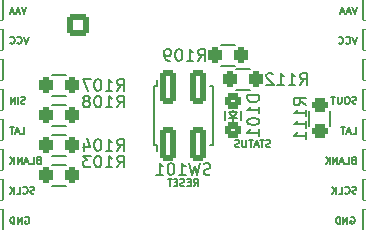
<source format=gbr>
G04 #@! TF.GenerationSoftware,KiCad,Pcbnew,8.0.6*
G04 #@! TF.CreationDate,2025-01-21T13:52:22-05:00*
G04 #@! TF.ProjectId,term,7465726d-2e6b-4696-9361-645f70636258,rev?*
G04 #@! TF.SameCoordinates,Original*
G04 #@! TF.FileFunction,Legend,Bot*
G04 #@! TF.FilePolarity,Positive*
%FSLAX46Y46*%
G04 Gerber Fmt 4.6, Leading zero omitted, Abs format (unit mm)*
G04 Created by KiCad (PCBNEW 8.0.6) date 2025-01-21 13:52:22*
%MOMM*%
%LPD*%
G01*
G04 APERTURE LIST*
G04 Aperture macros list*
%AMRoundRect*
0 Rectangle with rounded corners*
0 $1 Rounding radius*
0 $2 $3 $4 $5 $6 $7 $8 $9 X,Y pos of 4 corners*
0 Add a 4 corners polygon primitive as box body*
4,1,4,$2,$3,$4,$5,$6,$7,$8,$9,$2,$3,0*
0 Add four circle primitives for the rounded corners*
1,1,$1+$1,$2,$3*
1,1,$1+$1,$4,$5*
1,1,$1+$1,$6,$7*
1,1,$1+$1,$8,$9*
0 Add four rect primitives between the rounded corners*
20,1,$1+$1,$2,$3,$4,$5,0*
20,1,$1+$1,$4,$5,$6,$7,0*
20,1,$1+$1,$6,$7,$8,$9,0*
20,1,$1+$1,$8,$9,$2,$3,0*%
G04 Aperture macros list end*
%ADD10C,0.150000*%
%ADD11RoundRect,0.264286X0.675514X-0.675514X0.675514X0.675514X-0.675514X0.675514X-0.675514X-0.675514X0*%
%ADD12C,1.879600*%
%ADD13RoundRect,0.050800X-1.016000X-0.889000X1.016000X-0.889000X1.016000X0.889000X-1.016000X0.889000X0*%
%ADD14RoundRect,0.050800X1.016000X0.889000X-1.016000X0.889000X-1.016000X-0.889000X1.016000X-0.889000X0*%
%ADD15C,1.117600*%
%ADD16C,2.133600*%
%ADD17C,2.387600*%
%ADD18RoundRect,0.270000X-0.415800X-1.170800X0.415800X-1.170800X0.415800X1.170800X-0.415800X1.170800X0*%
%ADD19RoundRect,0.271167X0.429633X-0.379633X0.429633X0.379633X-0.429633X0.379633X-0.429633X-0.379633X0*%
%ADD20RoundRect,0.275400X-0.275400X-0.425400X0.275400X-0.425400X0.275400X0.425400X-0.275400X0.425400X0*%
%ADD21RoundRect,0.275400X0.275400X0.425400X-0.275400X0.425400X-0.275400X-0.425400X0.275400X-0.425400X0*%
%ADD22RoundRect,0.275400X-0.425400X0.275400X-0.425400X-0.275400X0.425400X-0.275400X0.425400X0.275400X0*%
%ADD23C,0.990600*%
G04 APERTURE END LIST*
D10*
X159426030Y-98031200D02*
X159340316Y-98059771D01*
X159340316Y-98059771D02*
X159197458Y-98059771D01*
X159197458Y-98059771D02*
X159140316Y-98031200D01*
X159140316Y-98031200D02*
X159111744Y-98002628D01*
X159111744Y-98002628D02*
X159083173Y-97945485D01*
X159083173Y-97945485D02*
X159083173Y-97888342D01*
X159083173Y-97888342D02*
X159111744Y-97831200D01*
X159111744Y-97831200D02*
X159140316Y-97802628D01*
X159140316Y-97802628D02*
X159197458Y-97774057D01*
X159197458Y-97774057D02*
X159311744Y-97745485D01*
X159311744Y-97745485D02*
X159368887Y-97716914D01*
X159368887Y-97716914D02*
X159397458Y-97688342D01*
X159397458Y-97688342D02*
X159426030Y-97631200D01*
X159426030Y-97631200D02*
X159426030Y-97574057D01*
X159426030Y-97574057D02*
X159397458Y-97516914D01*
X159397458Y-97516914D02*
X159368887Y-97488342D01*
X159368887Y-97488342D02*
X159311744Y-97459771D01*
X159311744Y-97459771D02*
X159168887Y-97459771D01*
X159168887Y-97459771D02*
X159083173Y-97488342D01*
X158711744Y-97459771D02*
X158597458Y-97459771D01*
X158597458Y-97459771D02*
X158540315Y-97488342D01*
X158540315Y-97488342D02*
X158483172Y-97545485D01*
X158483172Y-97545485D02*
X158454601Y-97659771D01*
X158454601Y-97659771D02*
X158454601Y-97859771D01*
X158454601Y-97859771D02*
X158483172Y-97974057D01*
X158483172Y-97974057D02*
X158540315Y-98031200D01*
X158540315Y-98031200D02*
X158597458Y-98059771D01*
X158597458Y-98059771D02*
X158711744Y-98059771D01*
X158711744Y-98059771D02*
X158768887Y-98031200D01*
X158768887Y-98031200D02*
X158826029Y-97974057D01*
X158826029Y-97974057D02*
X158854601Y-97859771D01*
X158854601Y-97859771D02*
X158854601Y-97659771D01*
X158854601Y-97659771D02*
X158826029Y-97545485D01*
X158826029Y-97545485D02*
X158768887Y-97488342D01*
X158768887Y-97488342D02*
X158711744Y-97459771D01*
X158197458Y-97459771D02*
X158197458Y-97945485D01*
X158197458Y-97945485D02*
X158168887Y-98002628D01*
X158168887Y-98002628D02*
X158140316Y-98031200D01*
X158140316Y-98031200D02*
X158083173Y-98059771D01*
X158083173Y-98059771D02*
X157968887Y-98059771D01*
X157968887Y-98059771D02*
X157911744Y-98031200D01*
X157911744Y-98031200D02*
X157883173Y-98002628D01*
X157883173Y-98002628D02*
X157854601Y-97945485D01*
X157854601Y-97945485D02*
X157854601Y-97459771D01*
X157654602Y-97459771D02*
X157311745Y-97459771D01*
X157483173Y-98059771D02*
X157483173Y-97459771D01*
X159111744Y-100599771D02*
X159397458Y-100599771D01*
X159397458Y-100599771D02*
X159397458Y-99999771D01*
X158940316Y-100428342D02*
X158654602Y-100428342D01*
X158997459Y-100599771D02*
X158797459Y-99999771D01*
X158797459Y-99999771D02*
X158597459Y-100599771D01*
X158483173Y-99999771D02*
X158140316Y-99999771D01*
X158311744Y-100599771D02*
X158311744Y-99999771D01*
X159197458Y-102825485D02*
X159111744Y-102854057D01*
X159111744Y-102854057D02*
X159083173Y-102882628D01*
X159083173Y-102882628D02*
X159054601Y-102939771D01*
X159054601Y-102939771D02*
X159054601Y-103025485D01*
X159054601Y-103025485D02*
X159083173Y-103082628D01*
X159083173Y-103082628D02*
X159111744Y-103111200D01*
X159111744Y-103111200D02*
X159168887Y-103139771D01*
X159168887Y-103139771D02*
X159397458Y-103139771D01*
X159397458Y-103139771D02*
X159397458Y-102539771D01*
X159397458Y-102539771D02*
X159197458Y-102539771D01*
X159197458Y-102539771D02*
X159140316Y-102568342D01*
X159140316Y-102568342D02*
X159111744Y-102596914D01*
X159111744Y-102596914D02*
X159083173Y-102654057D01*
X159083173Y-102654057D02*
X159083173Y-102711200D01*
X159083173Y-102711200D02*
X159111744Y-102768342D01*
X159111744Y-102768342D02*
X159140316Y-102796914D01*
X159140316Y-102796914D02*
X159197458Y-102825485D01*
X159197458Y-102825485D02*
X159397458Y-102825485D01*
X158511744Y-103139771D02*
X158797458Y-103139771D01*
X158797458Y-103139771D02*
X158797458Y-102539771D01*
X158340316Y-102968342D02*
X158054602Y-102968342D01*
X158397459Y-103139771D02*
X158197459Y-102539771D01*
X158197459Y-102539771D02*
X157997459Y-103139771D01*
X157797458Y-103139771D02*
X157797458Y-102539771D01*
X157797458Y-102539771D02*
X157454601Y-103139771D01*
X157454601Y-103139771D02*
X157454601Y-102539771D01*
X157168887Y-103139771D02*
X157168887Y-102539771D01*
X156826030Y-103139771D02*
X157083173Y-102796914D01*
X156826030Y-102539771D02*
X157168887Y-102882628D01*
X159426030Y-105651200D02*
X159340316Y-105679771D01*
X159340316Y-105679771D02*
X159197458Y-105679771D01*
X159197458Y-105679771D02*
X159140316Y-105651200D01*
X159140316Y-105651200D02*
X159111744Y-105622628D01*
X159111744Y-105622628D02*
X159083173Y-105565485D01*
X159083173Y-105565485D02*
X159083173Y-105508342D01*
X159083173Y-105508342D02*
X159111744Y-105451200D01*
X159111744Y-105451200D02*
X159140316Y-105422628D01*
X159140316Y-105422628D02*
X159197458Y-105394057D01*
X159197458Y-105394057D02*
X159311744Y-105365485D01*
X159311744Y-105365485D02*
X159368887Y-105336914D01*
X159368887Y-105336914D02*
X159397458Y-105308342D01*
X159397458Y-105308342D02*
X159426030Y-105251200D01*
X159426030Y-105251200D02*
X159426030Y-105194057D01*
X159426030Y-105194057D02*
X159397458Y-105136914D01*
X159397458Y-105136914D02*
X159368887Y-105108342D01*
X159368887Y-105108342D02*
X159311744Y-105079771D01*
X159311744Y-105079771D02*
X159168887Y-105079771D01*
X159168887Y-105079771D02*
X159083173Y-105108342D01*
X158483172Y-105622628D02*
X158511744Y-105651200D01*
X158511744Y-105651200D02*
X158597458Y-105679771D01*
X158597458Y-105679771D02*
X158654601Y-105679771D01*
X158654601Y-105679771D02*
X158740315Y-105651200D01*
X158740315Y-105651200D02*
X158797458Y-105594057D01*
X158797458Y-105594057D02*
X158826029Y-105536914D01*
X158826029Y-105536914D02*
X158854601Y-105422628D01*
X158854601Y-105422628D02*
X158854601Y-105336914D01*
X158854601Y-105336914D02*
X158826029Y-105222628D01*
X158826029Y-105222628D02*
X158797458Y-105165485D01*
X158797458Y-105165485D02*
X158740315Y-105108342D01*
X158740315Y-105108342D02*
X158654601Y-105079771D01*
X158654601Y-105079771D02*
X158597458Y-105079771D01*
X158597458Y-105079771D02*
X158511744Y-105108342D01*
X158511744Y-105108342D02*
X158483172Y-105136914D01*
X157940315Y-105679771D02*
X158226029Y-105679771D01*
X158226029Y-105679771D02*
X158226029Y-105079771D01*
X157740315Y-105679771D02*
X157740315Y-105079771D01*
X157397458Y-105679771D02*
X157654601Y-105336914D01*
X157397458Y-105079771D02*
X157740315Y-105422628D01*
X159483173Y-92379771D02*
X159283173Y-92979771D01*
X159283173Y-92979771D02*
X159083173Y-92379771D01*
X158540315Y-92922628D02*
X158568887Y-92951200D01*
X158568887Y-92951200D02*
X158654601Y-92979771D01*
X158654601Y-92979771D02*
X158711744Y-92979771D01*
X158711744Y-92979771D02*
X158797458Y-92951200D01*
X158797458Y-92951200D02*
X158854601Y-92894057D01*
X158854601Y-92894057D02*
X158883172Y-92836914D01*
X158883172Y-92836914D02*
X158911744Y-92722628D01*
X158911744Y-92722628D02*
X158911744Y-92636914D01*
X158911744Y-92636914D02*
X158883172Y-92522628D01*
X158883172Y-92522628D02*
X158854601Y-92465485D01*
X158854601Y-92465485D02*
X158797458Y-92408342D01*
X158797458Y-92408342D02*
X158711744Y-92379771D01*
X158711744Y-92379771D02*
X158654601Y-92379771D01*
X158654601Y-92379771D02*
X158568887Y-92408342D01*
X158568887Y-92408342D02*
X158540315Y-92436914D01*
X157940315Y-92922628D02*
X157968887Y-92951200D01*
X157968887Y-92951200D02*
X158054601Y-92979771D01*
X158054601Y-92979771D02*
X158111744Y-92979771D01*
X158111744Y-92979771D02*
X158197458Y-92951200D01*
X158197458Y-92951200D02*
X158254601Y-92894057D01*
X158254601Y-92894057D02*
X158283172Y-92836914D01*
X158283172Y-92836914D02*
X158311744Y-92722628D01*
X158311744Y-92722628D02*
X158311744Y-92636914D01*
X158311744Y-92636914D02*
X158283172Y-92522628D01*
X158283172Y-92522628D02*
X158254601Y-92465485D01*
X158254601Y-92465485D02*
X158197458Y-92408342D01*
X158197458Y-92408342D02*
X158111744Y-92379771D01*
X158111744Y-92379771D02*
X158054601Y-92379771D01*
X158054601Y-92379771D02*
X157968887Y-92408342D01*
X157968887Y-92408342D02*
X157940315Y-92436914D01*
X159483173Y-89839771D02*
X159283173Y-90439771D01*
X159283173Y-90439771D02*
X159083173Y-89839771D01*
X158911744Y-90268342D02*
X158626030Y-90268342D01*
X158968887Y-90439771D02*
X158768887Y-89839771D01*
X158768887Y-89839771D02*
X158568887Y-90439771D01*
X158397458Y-90268342D02*
X158111744Y-90268342D01*
X158454601Y-90439771D02*
X158254601Y-89839771D01*
X158254601Y-89839771D02*
X158054601Y-90439771D01*
X132162541Y-105651200D02*
X132076827Y-105679771D01*
X132076827Y-105679771D02*
X131933969Y-105679771D01*
X131933969Y-105679771D02*
X131876827Y-105651200D01*
X131876827Y-105651200D02*
X131848255Y-105622628D01*
X131848255Y-105622628D02*
X131819684Y-105565485D01*
X131819684Y-105565485D02*
X131819684Y-105508342D01*
X131819684Y-105508342D02*
X131848255Y-105451200D01*
X131848255Y-105451200D02*
X131876827Y-105422628D01*
X131876827Y-105422628D02*
X131933969Y-105394057D01*
X131933969Y-105394057D02*
X132048255Y-105365485D01*
X132048255Y-105365485D02*
X132105398Y-105336914D01*
X132105398Y-105336914D02*
X132133969Y-105308342D01*
X132133969Y-105308342D02*
X132162541Y-105251200D01*
X132162541Y-105251200D02*
X132162541Y-105194057D01*
X132162541Y-105194057D02*
X132133969Y-105136914D01*
X132133969Y-105136914D02*
X132105398Y-105108342D01*
X132105398Y-105108342D02*
X132048255Y-105079771D01*
X132048255Y-105079771D02*
X131905398Y-105079771D01*
X131905398Y-105079771D02*
X131819684Y-105108342D01*
X131219683Y-105622628D02*
X131248255Y-105651200D01*
X131248255Y-105651200D02*
X131333969Y-105679771D01*
X131333969Y-105679771D02*
X131391112Y-105679771D01*
X131391112Y-105679771D02*
X131476826Y-105651200D01*
X131476826Y-105651200D02*
X131533969Y-105594057D01*
X131533969Y-105594057D02*
X131562540Y-105536914D01*
X131562540Y-105536914D02*
X131591112Y-105422628D01*
X131591112Y-105422628D02*
X131591112Y-105336914D01*
X131591112Y-105336914D02*
X131562540Y-105222628D01*
X131562540Y-105222628D02*
X131533969Y-105165485D01*
X131533969Y-105165485D02*
X131476826Y-105108342D01*
X131476826Y-105108342D02*
X131391112Y-105079771D01*
X131391112Y-105079771D02*
X131333969Y-105079771D01*
X131333969Y-105079771D02*
X131248255Y-105108342D01*
X131248255Y-105108342D02*
X131219683Y-105136914D01*
X130676826Y-105679771D02*
X130962540Y-105679771D01*
X130962540Y-105679771D02*
X130962540Y-105079771D01*
X130476826Y-105679771D02*
X130476826Y-105079771D01*
X130133969Y-105679771D02*
X130391112Y-105336914D01*
X130133969Y-105079771D02*
X130476826Y-105422628D01*
X132505397Y-102825485D02*
X132419683Y-102854057D01*
X132419683Y-102854057D02*
X132391112Y-102882628D01*
X132391112Y-102882628D02*
X132362540Y-102939771D01*
X132362540Y-102939771D02*
X132362540Y-103025485D01*
X132362540Y-103025485D02*
X132391112Y-103082628D01*
X132391112Y-103082628D02*
X132419683Y-103111200D01*
X132419683Y-103111200D02*
X132476826Y-103139771D01*
X132476826Y-103139771D02*
X132705397Y-103139771D01*
X132705397Y-103139771D02*
X132705397Y-102539771D01*
X132705397Y-102539771D02*
X132505397Y-102539771D01*
X132505397Y-102539771D02*
X132448255Y-102568342D01*
X132448255Y-102568342D02*
X132419683Y-102596914D01*
X132419683Y-102596914D02*
X132391112Y-102654057D01*
X132391112Y-102654057D02*
X132391112Y-102711200D01*
X132391112Y-102711200D02*
X132419683Y-102768342D01*
X132419683Y-102768342D02*
X132448255Y-102796914D01*
X132448255Y-102796914D02*
X132505397Y-102825485D01*
X132505397Y-102825485D02*
X132705397Y-102825485D01*
X131819683Y-103139771D02*
X132105397Y-103139771D01*
X132105397Y-103139771D02*
X132105397Y-102539771D01*
X131648255Y-102968342D02*
X131362541Y-102968342D01*
X131705398Y-103139771D02*
X131505398Y-102539771D01*
X131505398Y-102539771D02*
X131305398Y-103139771D01*
X131105397Y-103139771D02*
X131105397Y-102539771D01*
X131105397Y-102539771D02*
X130762540Y-103139771D01*
X130762540Y-103139771D02*
X130762540Y-102539771D01*
X130476826Y-103139771D02*
X130476826Y-102539771D01*
X130133969Y-103139771D02*
X130391112Y-102796914D01*
X130133969Y-102539771D02*
X130476826Y-102882628D01*
X131048255Y-100599771D02*
X131333969Y-100599771D01*
X131333969Y-100599771D02*
X131333969Y-99999771D01*
X130876827Y-100428342D02*
X130591113Y-100428342D01*
X130933970Y-100599771D02*
X130733970Y-99999771D01*
X130733970Y-99999771D02*
X130533970Y-100599771D01*
X130419684Y-99999771D02*
X130076827Y-99999771D01*
X130248255Y-100599771D02*
X130248255Y-99999771D01*
X131676827Y-92379771D02*
X131476827Y-92979771D01*
X131476827Y-92979771D02*
X131276827Y-92379771D01*
X130733969Y-92922628D02*
X130762541Y-92951200D01*
X130762541Y-92951200D02*
X130848255Y-92979771D01*
X130848255Y-92979771D02*
X130905398Y-92979771D01*
X130905398Y-92979771D02*
X130991112Y-92951200D01*
X130991112Y-92951200D02*
X131048255Y-92894057D01*
X131048255Y-92894057D02*
X131076826Y-92836914D01*
X131076826Y-92836914D02*
X131105398Y-92722628D01*
X131105398Y-92722628D02*
X131105398Y-92636914D01*
X131105398Y-92636914D02*
X131076826Y-92522628D01*
X131076826Y-92522628D02*
X131048255Y-92465485D01*
X131048255Y-92465485D02*
X130991112Y-92408342D01*
X130991112Y-92408342D02*
X130905398Y-92379771D01*
X130905398Y-92379771D02*
X130848255Y-92379771D01*
X130848255Y-92379771D02*
X130762541Y-92408342D01*
X130762541Y-92408342D02*
X130733969Y-92436914D01*
X130133969Y-92922628D02*
X130162541Y-92951200D01*
X130162541Y-92951200D02*
X130248255Y-92979771D01*
X130248255Y-92979771D02*
X130305398Y-92979771D01*
X130305398Y-92979771D02*
X130391112Y-92951200D01*
X130391112Y-92951200D02*
X130448255Y-92894057D01*
X130448255Y-92894057D02*
X130476826Y-92836914D01*
X130476826Y-92836914D02*
X130505398Y-92722628D01*
X130505398Y-92722628D02*
X130505398Y-92636914D01*
X130505398Y-92636914D02*
X130476826Y-92522628D01*
X130476826Y-92522628D02*
X130448255Y-92465485D01*
X130448255Y-92465485D02*
X130391112Y-92408342D01*
X130391112Y-92408342D02*
X130305398Y-92379771D01*
X130305398Y-92379771D02*
X130248255Y-92379771D01*
X130248255Y-92379771D02*
X130162541Y-92408342D01*
X130162541Y-92408342D02*
X130133969Y-92436914D01*
X131505399Y-89839771D02*
X131305399Y-90439771D01*
X131305399Y-90439771D02*
X131105399Y-89839771D01*
X130933970Y-90268342D02*
X130648256Y-90268342D01*
X130991113Y-90439771D02*
X130791113Y-89839771D01*
X130791113Y-89839771D02*
X130591113Y-90439771D01*
X130419684Y-90268342D02*
X130133970Y-90268342D01*
X130476827Y-90439771D02*
X130276827Y-89839771D01*
X130276827Y-89839771D02*
X130076827Y-90439771D01*
X131391112Y-98031200D02*
X131305398Y-98059771D01*
X131305398Y-98059771D02*
X131162540Y-98059771D01*
X131162540Y-98059771D02*
X131105398Y-98031200D01*
X131105398Y-98031200D02*
X131076826Y-98002628D01*
X131076826Y-98002628D02*
X131048255Y-97945485D01*
X131048255Y-97945485D02*
X131048255Y-97888342D01*
X131048255Y-97888342D02*
X131076826Y-97831200D01*
X131076826Y-97831200D02*
X131105398Y-97802628D01*
X131105398Y-97802628D02*
X131162540Y-97774057D01*
X131162540Y-97774057D02*
X131276826Y-97745485D01*
X131276826Y-97745485D02*
X131333969Y-97716914D01*
X131333969Y-97716914D02*
X131362540Y-97688342D01*
X131362540Y-97688342D02*
X131391112Y-97631200D01*
X131391112Y-97631200D02*
X131391112Y-97574057D01*
X131391112Y-97574057D02*
X131362540Y-97516914D01*
X131362540Y-97516914D02*
X131333969Y-97488342D01*
X131333969Y-97488342D02*
X131276826Y-97459771D01*
X131276826Y-97459771D02*
X131133969Y-97459771D01*
X131133969Y-97459771D02*
X131048255Y-97488342D01*
X130791111Y-98059771D02*
X130791111Y-97459771D01*
X130505397Y-98059771D02*
X130505397Y-97459771D01*
X130505397Y-97459771D02*
X130162540Y-98059771D01*
X130162540Y-98059771D02*
X130162540Y-97459771D01*
X131391112Y-107648342D02*
X131448255Y-107619771D01*
X131448255Y-107619771D02*
X131533969Y-107619771D01*
X131533969Y-107619771D02*
X131619683Y-107648342D01*
X131619683Y-107648342D02*
X131676826Y-107705485D01*
X131676826Y-107705485D02*
X131705397Y-107762628D01*
X131705397Y-107762628D02*
X131733969Y-107876914D01*
X131733969Y-107876914D02*
X131733969Y-107962628D01*
X131733969Y-107962628D02*
X131705397Y-108076914D01*
X131705397Y-108076914D02*
X131676826Y-108134057D01*
X131676826Y-108134057D02*
X131619683Y-108191200D01*
X131619683Y-108191200D02*
X131533969Y-108219771D01*
X131533969Y-108219771D02*
X131476826Y-108219771D01*
X131476826Y-108219771D02*
X131391112Y-108191200D01*
X131391112Y-108191200D02*
X131362540Y-108162628D01*
X131362540Y-108162628D02*
X131362540Y-107962628D01*
X131362540Y-107962628D02*
X131476826Y-107962628D01*
X131105397Y-108219771D02*
X131105397Y-107619771D01*
X131105397Y-107619771D02*
X130762540Y-108219771D01*
X130762540Y-108219771D02*
X130762540Y-107619771D01*
X130476826Y-108219771D02*
X130476826Y-107619771D01*
X130476826Y-107619771D02*
X130333969Y-107619771D01*
X130333969Y-107619771D02*
X130248255Y-107648342D01*
X130248255Y-107648342D02*
X130191112Y-107705485D01*
X130191112Y-107705485D02*
X130162541Y-107762628D01*
X130162541Y-107762628D02*
X130133969Y-107876914D01*
X130133969Y-107876914D02*
X130133969Y-107962628D01*
X130133969Y-107962628D02*
X130162541Y-108076914D01*
X130162541Y-108076914D02*
X130191112Y-108134057D01*
X130191112Y-108134057D02*
X130248255Y-108191200D01*
X130248255Y-108191200D02*
X130333969Y-108219771D01*
X130333969Y-108219771D02*
X130476826Y-108219771D01*
X158956173Y-107648342D02*
X159013316Y-107619771D01*
X159013316Y-107619771D02*
X159099030Y-107619771D01*
X159099030Y-107619771D02*
X159184744Y-107648342D01*
X159184744Y-107648342D02*
X159241887Y-107705485D01*
X159241887Y-107705485D02*
X159270458Y-107762628D01*
X159270458Y-107762628D02*
X159299030Y-107876914D01*
X159299030Y-107876914D02*
X159299030Y-107962628D01*
X159299030Y-107962628D02*
X159270458Y-108076914D01*
X159270458Y-108076914D02*
X159241887Y-108134057D01*
X159241887Y-108134057D02*
X159184744Y-108191200D01*
X159184744Y-108191200D02*
X159099030Y-108219771D01*
X159099030Y-108219771D02*
X159041887Y-108219771D01*
X159041887Y-108219771D02*
X158956173Y-108191200D01*
X158956173Y-108191200D02*
X158927601Y-108162628D01*
X158927601Y-108162628D02*
X158927601Y-107962628D01*
X158927601Y-107962628D02*
X159041887Y-107962628D01*
X158670458Y-108219771D02*
X158670458Y-107619771D01*
X158670458Y-107619771D02*
X158327601Y-108219771D01*
X158327601Y-108219771D02*
X158327601Y-107619771D01*
X158041887Y-108219771D02*
X158041887Y-107619771D01*
X158041887Y-107619771D02*
X157899030Y-107619771D01*
X157899030Y-107619771D02*
X157813316Y-107648342D01*
X157813316Y-107648342D02*
X157756173Y-107705485D01*
X157756173Y-107705485D02*
X157727602Y-107762628D01*
X157727602Y-107762628D02*
X157699030Y-107876914D01*
X157699030Y-107876914D02*
X157699030Y-107962628D01*
X157699030Y-107962628D02*
X157727602Y-108076914D01*
X157727602Y-108076914D02*
X157756173Y-108134057D01*
X157756173Y-108134057D02*
X157813316Y-108191200D01*
X157813316Y-108191200D02*
X157899030Y-108219771D01*
X157899030Y-108219771D02*
X158041887Y-108219771D01*
X145651428Y-105044771D02*
X145851428Y-104759057D01*
X145994285Y-105044771D02*
X145994285Y-104444771D01*
X145994285Y-104444771D02*
X145765714Y-104444771D01*
X145765714Y-104444771D02*
X145708571Y-104473342D01*
X145708571Y-104473342D02*
X145680000Y-104501914D01*
X145680000Y-104501914D02*
X145651428Y-104559057D01*
X145651428Y-104559057D02*
X145651428Y-104644771D01*
X145651428Y-104644771D02*
X145680000Y-104701914D01*
X145680000Y-104701914D02*
X145708571Y-104730485D01*
X145708571Y-104730485D02*
X145765714Y-104759057D01*
X145765714Y-104759057D02*
X145994285Y-104759057D01*
X145394285Y-104730485D02*
X145194285Y-104730485D01*
X145108571Y-105044771D02*
X145394285Y-105044771D01*
X145394285Y-105044771D02*
X145394285Y-104444771D01*
X145394285Y-104444771D02*
X145108571Y-104444771D01*
X144880000Y-105016200D02*
X144794286Y-105044771D01*
X144794286Y-105044771D02*
X144651428Y-105044771D01*
X144651428Y-105044771D02*
X144594286Y-105016200D01*
X144594286Y-105016200D02*
X144565714Y-104987628D01*
X144565714Y-104987628D02*
X144537143Y-104930485D01*
X144537143Y-104930485D02*
X144537143Y-104873342D01*
X144537143Y-104873342D02*
X144565714Y-104816200D01*
X144565714Y-104816200D02*
X144594286Y-104787628D01*
X144594286Y-104787628D02*
X144651428Y-104759057D01*
X144651428Y-104759057D02*
X144765714Y-104730485D01*
X144765714Y-104730485D02*
X144822857Y-104701914D01*
X144822857Y-104701914D02*
X144851428Y-104673342D01*
X144851428Y-104673342D02*
X144880000Y-104616200D01*
X144880000Y-104616200D02*
X144880000Y-104559057D01*
X144880000Y-104559057D02*
X144851428Y-104501914D01*
X144851428Y-104501914D02*
X144822857Y-104473342D01*
X144822857Y-104473342D02*
X144765714Y-104444771D01*
X144765714Y-104444771D02*
X144622857Y-104444771D01*
X144622857Y-104444771D02*
X144537143Y-104473342D01*
X144279999Y-104730485D02*
X144079999Y-104730485D01*
X143994285Y-105044771D02*
X144279999Y-105044771D01*
X144279999Y-105044771D02*
X144279999Y-104444771D01*
X144279999Y-104444771D02*
X143994285Y-104444771D01*
X143822857Y-104444771D02*
X143480000Y-104444771D01*
X143651428Y-105044771D02*
X143651428Y-104444771D01*
X152155399Y-101714200D02*
X152069685Y-101742771D01*
X152069685Y-101742771D02*
X151926827Y-101742771D01*
X151926827Y-101742771D02*
X151869685Y-101714200D01*
X151869685Y-101714200D02*
X151841113Y-101685628D01*
X151841113Y-101685628D02*
X151812542Y-101628485D01*
X151812542Y-101628485D02*
X151812542Y-101571342D01*
X151812542Y-101571342D02*
X151841113Y-101514200D01*
X151841113Y-101514200D02*
X151869685Y-101485628D01*
X151869685Y-101485628D02*
X151926827Y-101457057D01*
X151926827Y-101457057D02*
X152041113Y-101428485D01*
X152041113Y-101428485D02*
X152098256Y-101399914D01*
X152098256Y-101399914D02*
X152126827Y-101371342D01*
X152126827Y-101371342D02*
X152155399Y-101314200D01*
X152155399Y-101314200D02*
X152155399Y-101257057D01*
X152155399Y-101257057D02*
X152126827Y-101199914D01*
X152126827Y-101199914D02*
X152098256Y-101171342D01*
X152098256Y-101171342D02*
X152041113Y-101142771D01*
X152041113Y-101142771D02*
X151898256Y-101142771D01*
X151898256Y-101142771D02*
X151812542Y-101171342D01*
X151641113Y-101142771D02*
X151298256Y-101142771D01*
X151469684Y-101742771D02*
X151469684Y-101142771D01*
X151126827Y-101571342D02*
X150841113Y-101571342D01*
X151183970Y-101742771D02*
X150983970Y-101142771D01*
X150983970Y-101142771D02*
X150783970Y-101742771D01*
X150669684Y-101142771D02*
X150326827Y-101142771D01*
X150498255Y-101742771D02*
X150498255Y-101142771D01*
X150126826Y-101142771D02*
X150126826Y-101628485D01*
X150126826Y-101628485D02*
X150098255Y-101685628D01*
X150098255Y-101685628D02*
X150069684Y-101714200D01*
X150069684Y-101714200D02*
X150012541Y-101742771D01*
X150012541Y-101742771D02*
X149898255Y-101742771D01*
X149898255Y-101742771D02*
X149841112Y-101714200D01*
X149841112Y-101714200D02*
X149812541Y-101685628D01*
X149812541Y-101685628D02*
X149783969Y-101628485D01*
X149783969Y-101628485D02*
X149783969Y-101142771D01*
X149526827Y-101714200D02*
X149441113Y-101742771D01*
X149441113Y-101742771D02*
X149298255Y-101742771D01*
X149298255Y-101742771D02*
X149241113Y-101714200D01*
X149241113Y-101714200D02*
X149212541Y-101685628D01*
X149212541Y-101685628D02*
X149183970Y-101628485D01*
X149183970Y-101628485D02*
X149183970Y-101571342D01*
X149183970Y-101571342D02*
X149212541Y-101514200D01*
X149212541Y-101514200D02*
X149241113Y-101485628D01*
X149241113Y-101485628D02*
X149298255Y-101457057D01*
X149298255Y-101457057D02*
X149412541Y-101428485D01*
X149412541Y-101428485D02*
X149469684Y-101399914D01*
X149469684Y-101399914D02*
X149498255Y-101371342D01*
X149498255Y-101371342D02*
X149526827Y-101314200D01*
X149526827Y-101314200D02*
X149526827Y-101257057D01*
X149526827Y-101257057D02*
X149498255Y-101199914D01*
X149498255Y-101199914D02*
X149469684Y-101171342D01*
X149469684Y-101171342D02*
X149412541Y-101142771D01*
X149412541Y-101142771D02*
X149269684Y-101142771D01*
X149269684Y-101142771D02*
X149183970Y-101171342D01*
X147065713Y-104039200D02*
X146922856Y-104086819D01*
X146922856Y-104086819D02*
X146684761Y-104086819D01*
X146684761Y-104086819D02*
X146589523Y-104039200D01*
X146589523Y-104039200D02*
X146541904Y-103991580D01*
X146541904Y-103991580D02*
X146494285Y-103896342D01*
X146494285Y-103896342D02*
X146494285Y-103801104D01*
X146494285Y-103801104D02*
X146541904Y-103705866D01*
X146541904Y-103705866D02*
X146589523Y-103658247D01*
X146589523Y-103658247D02*
X146684761Y-103610628D01*
X146684761Y-103610628D02*
X146875237Y-103563009D01*
X146875237Y-103563009D02*
X146970475Y-103515390D01*
X146970475Y-103515390D02*
X147018094Y-103467771D01*
X147018094Y-103467771D02*
X147065713Y-103372533D01*
X147065713Y-103372533D02*
X147065713Y-103277295D01*
X147065713Y-103277295D02*
X147018094Y-103182057D01*
X147018094Y-103182057D02*
X146970475Y-103134438D01*
X146970475Y-103134438D02*
X146875237Y-103086819D01*
X146875237Y-103086819D02*
X146637142Y-103086819D01*
X146637142Y-103086819D02*
X146494285Y-103134438D01*
X146160951Y-103086819D02*
X145922856Y-104086819D01*
X145922856Y-104086819D02*
X145732380Y-103372533D01*
X145732380Y-103372533D02*
X145541904Y-104086819D01*
X145541904Y-104086819D02*
X145303809Y-103086819D01*
X144399047Y-104086819D02*
X144970475Y-104086819D01*
X144684761Y-104086819D02*
X144684761Y-103086819D01*
X144684761Y-103086819D02*
X144779999Y-103229676D01*
X144779999Y-103229676D02*
X144875237Y-103324914D01*
X144875237Y-103324914D02*
X144970475Y-103372533D01*
X143779999Y-103086819D02*
X143684761Y-103086819D01*
X143684761Y-103086819D02*
X143589523Y-103134438D01*
X143589523Y-103134438D02*
X143541904Y-103182057D01*
X143541904Y-103182057D02*
X143494285Y-103277295D01*
X143494285Y-103277295D02*
X143446666Y-103467771D01*
X143446666Y-103467771D02*
X143446666Y-103705866D01*
X143446666Y-103705866D02*
X143494285Y-103896342D01*
X143494285Y-103896342D02*
X143541904Y-103991580D01*
X143541904Y-103991580D02*
X143589523Y-104039200D01*
X143589523Y-104039200D02*
X143684761Y-104086819D01*
X143684761Y-104086819D02*
X143779999Y-104086819D01*
X143779999Y-104086819D02*
X143875237Y-104039200D01*
X143875237Y-104039200D02*
X143922856Y-103991580D01*
X143922856Y-103991580D02*
X143970475Y-103896342D01*
X143970475Y-103896342D02*
X144018094Y-103705866D01*
X144018094Y-103705866D02*
X144018094Y-103467771D01*
X144018094Y-103467771D02*
X143970475Y-103277295D01*
X143970475Y-103277295D02*
X143922856Y-103182057D01*
X143922856Y-103182057D02*
X143875237Y-103134438D01*
X143875237Y-103134438D02*
X143779999Y-103086819D01*
X142494285Y-104086819D02*
X143065713Y-104086819D01*
X142779999Y-104086819D02*
X142779999Y-103086819D01*
X142779999Y-103086819D02*
X142875237Y-103229676D01*
X142875237Y-103229676D02*
X142970475Y-103324914D01*
X142970475Y-103324914D02*
X143065713Y-103372533D01*
X151203819Y-97369524D02*
X150203819Y-97369524D01*
X150203819Y-97369524D02*
X150203819Y-97607619D01*
X150203819Y-97607619D02*
X150251438Y-97750476D01*
X150251438Y-97750476D02*
X150346676Y-97845714D01*
X150346676Y-97845714D02*
X150441914Y-97893333D01*
X150441914Y-97893333D02*
X150632390Y-97940952D01*
X150632390Y-97940952D02*
X150775247Y-97940952D01*
X150775247Y-97940952D02*
X150965723Y-97893333D01*
X150965723Y-97893333D02*
X151060961Y-97845714D01*
X151060961Y-97845714D02*
X151156200Y-97750476D01*
X151156200Y-97750476D02*
X151203819Y-97607619D01*
X151203819Y-97607619D02*
X151203819Y-97369524D01*
X151203819Y-98893333D02*
X151203819Y-98321905D01*
X151203819Y-98607619D02*
X150203819Y-98607619D01*
X150203819Y-98607619D02*
X150346676Y-98512381D01*
X150346676Y-98512381D02*
X150441914Y-98417143D01*
X150441914Y-98417143D02*
X150489533Y-98321905D01*
X150203819Y-99512381D02*
X150203819Y-99607619D01*
X150203819Y-99607619D02*
X150251438Y-99702857D01*
X150251438Y-99702857D02*
X150299057Y-99750476D01*
X150299057Y-99750476D02*
X150394295Y-99798095D01*
X150394295Y-99798095D02*
X150584771Y-99845714D01*
X150584771Y-99845714D02*
X150822866Y-99845714D01*
X150822866Y-99845714D02*
X151013342Y-99798095D01*
X151013342Y-99798095D02*
X151108580Y-99750476D01*
X151108580Y-99750476D02*
X151156200Y-99702857D01*
X151156200Y-99702857D02*
X151203819Y-99607619D01*
X151203819Y-99607619D02*
X151203819Y-99512381D01*
X151203819Y-99512381D02*
X151156200Y-99417143D01*
X151156200Y-99417143D02*
X151108580Y-99369524D01*
X151108580Y-99369524D02*
X151013342Y-99321905D01*
X151013342Y-99321905D02*
X150822866Y-99274286D01*
X150822866Y-99274286D02*
X150584771Y-99274286D01*
X150584771Y-99274286D02*
X150394295Y-99321905D01*
X150394295Y-99321905D02*
X150299057Y-99369524D01*
X150299057Y-99369524D02*
X150251438Y-99417143D01*
X150251438Y-99417143D02*
X150203819Y-99512381D01*
X151203819Y-100798095D02*
X151203819Y-100226667D01*
X151203819Y-100512381D02*
X150203819Y-100512381D01*
X150203819Y-100512381D02*
X150346676Y-100417143D01*
X150346676Y-100417143D02*
X150441914Y-100321905D01*
X150441914Y-100321905D02*
X150489533Y-100226667D01*
X139168047Y-103451819D02*
X139501380Y-102975628D01*
X139739475Y-103451819D02*
X139739475Y-102451819D01*
X139739475Y-102451819D02*
X139358523Y-102451819D01*
X139358523Y-102451819D02*
X139263285Y-102499438D01*
X139263285Y-102499438D02*
X139215666Y-102547057D01*
X139215666Y-102547057D02*
X139168047Y-102642295D01*
X139168047Y-102642295D02*
X139168047Y-102785152D01*
X139168047Y-102785152D02*
X139215666Y-102880390D01*
X139215666Y-102880390D02*
X139263285Y-102928009D01*
X139263285Y-102928009D02*
X139358523Y-102975628D01*
X139358523Y-102975628D02*
X139739475Y-102975628D01*
X138215666Y-103451819D02*
X138787094Y-103451819D01*
X138501380Y-103451819D02*
X138501380Y-102451819D01*
X138501380Y-102451819D02*
X138596618Y-102594676D01*
X138596618Y-102594676D02*
X138691856Y-102689914D01*
X138691856Y-102689914D02*
X138787094Y-102737533D01*
X137596618Y-102451819D02*
X137501380Y-102451819D01*
X137501380Y-102451819D02*
X137406142Y-102499438D01*
X137406142Y-102499438D02*
X137358523Y-102547057D01*
X137358523Y-102547057D02*
X137310904Y-102642295D01*
X137310904Y-102642295D02*
X137263285Y-102832771D01*
X137263285Y-102832771D02*
X137263285Y-103070866D01*
X137263285Y-103070866D02*
X137310904Y-103261342D01*
X137310904Y-103261342D02*
X137358523Y-103356580D01*
X137358523Y-103356580D02*
X137406142Y-103404200D01*
X137406142Y-103404200D02*
X137501380Y-103451819D01*
X137501380Y-103451819D02*
X137596618Y-103451819D01*
X137596618Y-103451819D02*
X137691856Y-103404200D01*
X137691856Y-103404200D02*
X137739475Y-103356580D01*
X137739475Y-103356580D02*
X137787094Y-103261342D01*
X137787094Y-103261342D02*
X137834713Y-103070866D01*
X137834713Y-103070866D02*
X137834713Y-102832771D01*
X137834713Y-102832771D02*
X137787094Y-102642295D01*
X137787094Y-102642295D02*
X137739475Y-102547057D01*
X137739475Y-102547057D02*
X137691856Y-102499438D01*
X137691856Y-102499438D02*
X137596618Y-102451819D01*
X136929951Y-102451819D02*
X136310904Y-102451819D01*
X136310904Y-102451819D02*
X136644237Y-102832771D01*
X136644237Y-102832771D02*
X136501380Y-102832771D01*
X136501380Y-102832771D02*
X136406142Y-102880390D01*
X136406142Y-102880390D02*
X136358523Y-102928009D01*
X136358523Y-102928009D02*
X136310904Y-103023247D01*
X136310904Y-103023247D02*
X136310904Y-103261342D01*
X136310904Y-103261342D02*
X136358523Y-103356580D01*
X136358523Y-103356580D02*
X136406142Y-103404200D01*
X136406142Y-103404200D02*
X136501380Y-103451819D01*
X136501380Y-103451819D02*
X136787094Y-103451819D01*
X136787094Y-103451819D02*
X136882332Y-103404200D01*
X136882332Y-103404200D02*
X136929951Y-103356580D01*
X139168047Y-102054819D02*
X139501380Y-101578628D01*
X139739475Y-102054819D02*
X139739475Y-101054819D01*
X139739475Y-101054819D02*
X139358523Y-101054819D01*
X139358523Y-101054819D02*
X139263285Y-101102438D01*
X139263285Y-101102438D02*
X139215666Y-101150057D01*
X139215666Y-101150057D02*
X139168047Y-101245295D01*
X139168047Y-101245295D02*
X139168047Y-101388152D01*
X139168047Y-101388152D02*
X139215666Y-101483390D01*
X139215666Y-101483390D02*
X139263285Y-101531009D01*
X139263285Y-101531009D02*
X139358523Y-101578628D01*
X139358523Y-101578628D02*
X139739475Y-101578628D01*
X138215666Y-102054819D02*
X138787094Y-102054819D01*
X138501380Y-102054819D02*
X138501380Y-101054819D01*
X138501380Y-101054819D02*
X138596618Y-101197676D01*
X138596618Y-101197676D02*
X138691856Y-101292914D01*
X138691856Y-101292914D02*
X138787094Y-101340533D01*
X137596618Y-101054819D02*
X137501380Y-101054819D01*
X137501380Y-101054819D02*
X137406142Y-101102438D01*
X137406142Y-101102438D02*
X137358523Y-101150057D01*
X137358523Y-101150057D02*
X137310904Y-101245295D01*
X137310904Y-101245295D02*
X137263285Y-101435771D01*
X137263285Y-101435771D02*
X137263285Y-101673866D01*
X137263285Y-101673866D02*
X137310904Y-101864342D01*
X137310904Y-101864342D02*
X137358523Y-101959580D01*
X137358523Y-101959580D02*
X137406142Y-102007200D01*
X137406142Y-102007200D02*
X137501380Y-102054819D01*
X137501380Y-102054819D02*
X137596618Y-102054819D01*
X137596618Y-102054819D02*
X137691856Y-102007200D01*
X137691856Y-102007200D02*
X137739475Y-101959580D01*
X137739475Y-101959580D02*
X137787094Y-101864342D01*
X137787094Y-101864342D02*
X137834713Y-101673866D01*
X137834713Y-101673866D02*
X137834713Y-101435771D01*
X137834713Y-101435771D02*
X137787094Y-101245295D01*
X137787094Y-101245295D02*
X137739475Y-101150057D01*
X137739475Y-101150057D02*
X137691856Y-101102438D01*
X137691856Y-101102438D02*
X137596618Y-101054819D01*
X136406142Y-101388152D02*
X136406142Y-102054819D01*
X136644237Y-101007200D02*
X136882332Y-101721485D01*
X136882332Y-101721485D02*
X136263285Y-101721485D01*
X139168047Y-96974819D02*
X139501380Y-96498628D01*
X139739475Y-96974819D02*
X139739475Y-95974819D01*
X139739475Y-95974819D02*
X139358523Y-95974819D01*
X139358523Y-95974819D02*
X139263285Y-96022438D01*
X139263285Y-96022438D02*
X139215666Y-96070057D01*
X139215666Y-96070057D02*
X139168047Y-96165295D01*
X139168047Y-96165295D02*
X139168047Y-96308152D01*
X139168047Y-96308152D02*
X139215666Y-96403390D01*
X139215666Y-96403390D02*
X139263285Y-96451009D01*
X139263285Y-96451009D02*
X139358523Y-96498628D01*
X139358523Y-96498628D02*
X139739475Y-96498628D01*
X138215666Y-96974819D02*
X138787094Y-96974819D01*
X138501380Y-96974819D02*
X138501380Y-95974819D01*
X138501380Y-95974819D02*
X138596618Y-96117676D01*
X138596618Y-96117676D02*
X138691856Y-96212914D01*
X138691856Y-96212914D02*
X138787094Y-96260533D01*
X137596618Y-95974819D02*
X137501380Y-95974819D01*
X137501380Y-95974819D02*
X137406142Y-96022438D01*
X137406142Y-96022438D02*
X137358523Y-96070057D01*
X137358523Y-96070057D02*
X137310904Y-96165295D01*
X137310904Y-96165295D02*
X137263285Y-96355771D01*
X137263285Y-96355771D02*
X137263285Y-96593866D01*
X137263285Y-96593866D02*
X137310904Y-96784342D01*
X137310904Y-96784342D02*
X137358523Y-96879580D01*
X137358523Y-96879580D02*
X137406142Y-96927200D01*
X137406142Y-96927200D02*
X137501380Y-96974819D01*
X137501380Y-96974819D02*
X137596618Y-96974819D01*
X137596618Y-96974819D02*
X137691856Y-96927200D01*
X137691856Y-96927200D02*
X137739475Y-96879580D01*
X137739475Y-96879580D02*
X137787094Y-96784342D01*
X137787094Y-96784342D02*
X137834713Y-96593866D01*
X137834713Y-96593866D02*
X137834713Y-96355771D01*
X137834713Y-96355771D02*
X137787094Y-96165295D01*
X137787094Y-96165295D02*
X137739475Y-96070057D01*
X137739475Y-96070057D02*
X137691856Y-96022438D01*
X137691856Y-96022438D02*
X137596618Y-95974819D01*
X136929951Y-95974819D02*
X136263285Y-95974819D01*
X136263285Y-95974819D02*
X136691856Y-96974819D01*
X139168047Y-98371819D02*
X139501380Y-97895628D01*
X139739475Y-98371819D02*
X139739475Y-97371819D01*
X139739475Y-97371819D02*
X139358523Y-97371819D01*
X139358523Y-97371819D02*
X139263285Y-97419438D01*
X139263285Y-97419438D02*
X139215666Y-97467057D01*
X139215666Y-97467057D02*
X139168047Y-97562295D01*
X139168047Y-97562295D02*
X139168047Y-97705152D01*
X139168047Y-97705152D02*
X139215666Y-97800390D01*
X139215666Y-97800390D02*
X139263285Y-97848009D01*
X139263285Y-97848009D02*
X139358523Y-97895628D01*
X139358523Y-97895628D02*
X139739475Y-97895628D01*
X138215666Y-98371819D02*
X138787094Y-98371819D01*
X138501380Y-98371819D02*
X138501380Y-97371819D01*
X138501380Y-97371819D02*
X138596618Y-97514676D01*
X138596618Y-97514676D02*
X138691856Y-97609914D01*
X138691856Y-97609914D02*
X138787094Y-97657533D01*
X137596618Y-97371819D02*
X137501380Y-97371819D01*
X137501380Y-97371819D02*
X137406142Y-97419438D01*
X137406142Y-97419438D02*
X137358523Y-97467057D01*
X137358523Y-97467057D02*
X137310904Y-97562295D01*
X137310904Y-97562295D02*
X137263285Y-97752771D01*
X137263285Y-97752771D02*
X137263285Y-97990866D01*
X137263285Y-97990866D02*
X137310904Y-98181342D01*
X137310904Y-98181342D02*
X137358523Y-98276580D01*
X137358523Y-98276580D02*
X137406142Y-98324200D01*
X137406142Y-98324200D02*
X137501380Y-98371819D01*
X137501380Y-98371819D02*
X137596618Y-98371819D01*
X137596618Y-98371819D02*
X137691856Y-98324200D01*
X137691856Y-98324200D02*
X137739475Y-98276580D01*
X137739475Y-98276580D02*
X137787094Y-98181342D01*
X137787094Y-98181342D02*
X137834713Y-97990866D01*
X137834713Y-97990866D02*
X137834713Y-97752771D01*
X137834713Y-97752771D02*
X137787094Y-97562295D01*
X137787094Y-97562295D02*
X137739475Y-97467057D01*
X137739475Y-97467057D02*
X137691856Y-97419438D01*
X137691856Y-97419438D02*
X137596618Y-97371819D01*
X136691856Y-97800390D02*
X136787094Y-97752771D01*
X136787094Y-97752771D02*
X136834713Y-97705152D01*
X136834713Y-97705152D02*
X136882332Y-97609914D01*
X136882332Y-97609914D02*
X136882332Y-97562295D01*
X136882332Y-97562295D02*
X136834713Y-97467057D01*
X136834713Y-97467057D02*
X136787094Y-97419438D01*
X136787094Y-97419438D02*
X136691856Y-97371819D01*
X136691856Y-97371819D02*
X136501380Y-97371819D01*
X136501380Y-97371819D02*
X136406142Y-97419438D01*
X136406142Y-97419438D02*
X136358523Y-97467057D01*
X136358523Y-97467057D02*
X136310904Y-97562295D01*
X136310904Y-97562295D02*
X136310904Y-97609914D01*
X136310904Y-97609914D02*
X136358523Y-97705152D01*
X136358523Y-97705152D02*
X136406142Y-97752771D01*
X136406142Y-97752771D02*
X136501380Y-97800390D01*
X136501380Y-97800390D02*
X136691856Y-97800390D01*
X136691856Y-97800390D02*
X136787094Y-97848009D01*
X136787094Y-97848009D02*
X136834713Y-97895628D01*
X136834713Y-97895628D02*
X136882332Y-97990866D01*
X136882332Y-97990866D02*
X136882332Y-98181342D01*
X136882332Y-98181342D02*
X136834713Y-98276580D01*
X136834713Y-98276580D02*
X136787094Y-98324200D01*
X136787094Y-98324200D02*
X136691856Y-98371819D01*
X136691856Y-98371819D02*
X136501380Y-98371819D01*
X136501380Y-98371819D02*
X136406142Y-98324200D01*
X136406142Y-98324200D02*
X136358523Y-98276580D01*
X136358523Y-98276580D02*
X136310904Y-98181342D01*
X136310904Y-98181342D02*
X136310904Y-97990866D01*
X136310904Y-97990866D02*
X136358523Y-97895628D01*
X136358523Y-97895628D02*
X136406142Y-97848009D01*
X136406142Y-97848009D02*
X136501380Y-97800390D01*
X146026047Y-94434819D02*
X146359380Y-93958628D01*
X146597475Y-94434819D02*
X146597475Y-93434819D01*
X146597475Y-93434819D02*
X146216523Y-93434819D01*
X146216523Y-93434819D02*
X146121285Y-93482438D01*
X146121285Y-93482438D02*
X146073666Y-93530057D01*
X146073666Y-93530057D02*
X146026047Y-93625295D01*
X146026047Y-93625295D02*
X146026047Y-93768152D01*
X146026047Y-93768152D02*
X146073666Y-93863390D01*
X146073666Y-93863390D02*
X146121285Y-93911009D01*
X146121285Y-93911009D02*
X146216523Y-93958628D01*
X146216523Y-93958628D02*
X146597475Y-93958628D01*
X145073666Y-94434819D02*
X145645094Y-94434819D01*
X145359380Y-94434819D02*
X145359380Y-93434819D01*
X145359380Y-93434819D02*
X145454618Y-93577676D01*
X145454618Y-93577676D02*
X145549856Y-93672914D01*
X145549856Y-93672914D02*
X145645094Y-93720533D01*
X144454618Y-93434819D02*
X144359380Y-93434819D01*
X144359380Y-93434819D02*
X144264142Y-93482438D01*
X144264142Y-93482438D02*
X144216523Y-93530057D01*
X144216523Y-93530057D02*
X144168904Y-93625295D01*
X144168904Y-93625295D02*
X144121285Y-93815771D01*
X144121285Y-93815771D02*
X144121285Y-94053866D01*
X144121285Y-94053866D02*
X144168904Y-94244342D01*
X144168904Y-94244342D02*
X144216523Y-94339580D01*
X144216523Y-94339580D02*
X144264142Y-94387200D01*
X144264142Y-94387200D02*
X144359380Y-94434819D01*
X144359380Y-94434819D02*
X144454618Y-94434819D01*
X144454618Y-94434819D02*
X144549856Y-94387200D01*
X144549856Y-94387200D02*
X144597475Y-94339580D01*
X144597475Y-94339580D02*
X144645094Y-94244342D01*
X144645094Y-94244342D02*
X144692713Y-94053866D01*
X144692713Y-94053866D02*
X144692713Y-93815771D01*
X144692713Y-93815771D02*
X144645094Y-93625295D01*
X144645094Y-93625295D02*
X144597475Y-93530057D01*
X144597475Y-93530057D02*
X144549856Y-93482438D01*
X144549856Y-93482438D02*
X144454618Y-93434819D01*
X143645094Y-94434819D02*
X143454618Y-94434819D01*
X143454618Y-94434819D02*
X143359380Y-94387200D01*
X143359380Y-94387200D02*
X143311761Y-94339580D01*
X143311761Y-94339580D02*
X143216523Y-94196723D01*
X143216523Y-94196723D02*
X143168904Y-94006247D01*
X143168904Y-94006247D02*
X143168904Y-93625295D01*
X143168904Y-93625295D02*
X143216523Y-93530057D01*
X143216523Y-93530057D02*
X143264142Y-93482438D01*
X143264142Y-93482438D02*
X143359380Y-93434819D01*
X143359380Y-93434819D02*
X143549856Y-93434819D01*
X143549856Y-93434819D02*
X143645094Y-93482438D01*
X143645094Y-93482438D02*
X143692713Y-93530057D01*
X143692713Y-93530057D02*
X143740332Y-93625295D01*
X143740332Y-93625295D02*
X143740332Y-93863390D01*
X143740332Y-93863390D02*
X143692713Y-93958628D01*
X143692713Y-93958628D02*
X143645094Y-94006247D01*
X143645094Y-94006247D02*
X143549856Y-94053866D01*
X143549856Y-94053866D02*
X143359380Y-94053866D01*
X143359380Y-94053866D02*
X143264142Y-94006247D01*
X143264142Y-94006247D02*
X143216523Y-93958628D01*
X143216523Y-93958628D02*
X143168904Y-93863390D01*
X155140819Y-98194952D02*
X154664628Y-97861619D01*
X155140819Y-97623524D02*
X154140819Y-97623524D01*
X154140819Y-97623524D02*
X154140819Y-98004476D01*
X154140819Y-98004476D02*
X154188438Y-98099714D01*
X154188438Y-98099714D02*
X154236057Y-98147333D01*
X154236057Y-98147333D02*
X154331295Y-98194952D01*
X154331295Y-98194952D02*
X154474152Y-98194952D01*
X154474152Y-98194952D02*
X154569390Y-98147333D01*
X154569390Y-98147333D02*
X154617009Y-98099714D01*
X154617009Y-98099714D02*
X154664628Y-98004476D01*
X154664628Y-98004476D02*
X154664628Y-97623524D01*
X155140819Y-99147333D02*
X155140819Y-98575905D01*
X155140819Y-98861619D02*
X154140819Y-98861619D01*
X154140819Y-98861619D02*
X154283676Y-98766381D01*
X154283676Y-98766381D02*
X154378914Y-98671143D01*
X154378914Y-98671143D02*
X154426533Y-98575905D01*
X155140819Y-100099714D02*
X155140819Y-99528286D01*
X155140819Y-99814000D02*
X154140819Y-99814000D01*
X154140819Y-99814000D02*
X154283676Y-99718762D01*
X154283676Y-99718762D02*
X154378914Y-99623524D01*
X154378914Y-99623524D02*
X154426533Y-99528286D01*
X155140819Y-101052095D02*
X155140819Y-100480667D01*
X155140819Y-100766381D02*
X154140819Y-100766381D01*
X154140819Y-100766381D02*
X154283676Y-100671143D01*
X154283676Y-100671143D02*
X154378914Y-100575905D01*
X154378914Y-100575905D02*
X154426533Y-100480667D01*
X154662047Y-96466819D02*
X154995380Y-95990628D01*
X155233475Y-96466819D02*
X155233475Y-95466819D01*
X155233475Y-95466819D02*
X154852523Y-95466819D01*
X154852523Y-95466819D02*
X154757285Y-95514438D01*
X154757285Y-95514438D02*
X154709666Y-95562057D01*
X154709666Y-95562057D02*
X154662047Y-95657295D01*
X154662047Y-95657295D02*
X154662047Y-95800152D01*
X154662047Y-95800152D02*
X154709666Y-95895390D01*
X154709666Y-95895390D02*
X154757285Y-95943009D01*
X154757285Y-95943009D02*
X154852523Y-95990628D01*
X154852523Y-95990628D02*
X155233475Y-95990628D01*
X153709666Y-96466819D02*
X154281094Y-96466819D01*
X153995380Y-96466819D02*
X153995380Y-95466819D01*
X153995380Y-95466819D02*
X154090618Y-95609676D01*
X154090618Y-95609676D02*
X154185856Y-95704914D01*
X154185856Y-95704914D02*
X154281094Y-95752533D01*
X152757285Y-96466819D02*
X153328713Y-96466819D01*
X153042999Y-96466819D02*
X153042999Y-95466819D01*
X153042999Y-95466819D02*
X153138237Y-95609676D01*
X153138237Y-95609676D02*
X153233475Y-95704914D01*
X153233475Y-95704914D02*
X153328713Y-95752533D01*
X152376332Y-95562057D02*
X152328713Y-95514438D01*
X152328713Y-95514438D02*
X152233475Y-95466819D01*
X152233475Y-95466819D02*
X151995380Y-95466819D01*
X151995380Y-95466819D02*
X151900142Y-95514438D01*
X151900142Y-95514438D02*
X151852523Y-95562057D01*
X151852523Y-95562057D02*
X151804904Y-95657295D01*
X151804904Y-95657295D02*
X151804904Y-95752533D01*
X151804904Y-95752533D02*
X151852523Y-95895390D01*
X151852523Y-95895390D02*
X152423951Y-96466819D01*
X152423951Y-96466819D02*
X151804904Y-96466819D01*
X142280000Y-96560000D02*
X142280000Y-101560000D01*
X142530000Y-96060000D02*
X142530000Y-96560000D01*
X142530000Y-96560000D02*
X142280000Y-96560000D01*
X142530000Y-101560000D02*
X142280000Y-101560000D01*
X142530000Y-102060000D02*
X142530000Y-101560000D01*
X147030000Y-96560000D02*
X147280000Y-96560000D01*
X147030000Y-101560000D02*
X147280000Y-101560000D01*
X147280000Y-96560000D02*
X147280000Y-101560000D01*
X148271000Y-98714000D02*
X148271000Y-99406000D01*
X148621000Y-98810000D02*
X149321000Y-98810000D01*
X148621000Y-99310000D02*
X149321000Y-99310000D01*
X148971000Y-98600000D02*
X148971000Y-98810000D01*
X148971000Y-99310000D02*
X148621000Y-98810000D01*
X148971000Y-99520000D02*
X148971000Y-99310000D01*
X149321000Y-98810000D02*
X148971000Y-99310000D01*
X149671000Y-98714000D02*
X149671000Y-99406000D01*
X133639000Y-103265000D02*
X134839000Y-103265000D01*
X134839000Y-105015000D02*
X133639000Y-105015000D01*
X133639000Y-100725000D02*
X134839000Y-100725000D01*
X134839000Y-102475000D02*
X133639000Y-102475000D01*
X133639000Y-95645000D02*
X134839000Y-95645000D01*
X134839000Y-97395000D02*
X133639000Y-97395000D01*
X133639000Y-98185000D02*
X134839000Y-98185000D01*
X134839000Y-99935000D02*
X133639000Y-99935000D01*
X147990000Y-93105000D02*
X149190000Y-93105000D01*
X149190000Y-94855000D02*
X147990000Y-94855000D01*
X155462000Y-99914000D02*
X155462000Y-98714000D01*
X157212000Y-98714000D02*
X157212000Y-99914000D01*
X149260000Y-95137000D02*
X150460000Y-95137000D01*
X150460000Y-96887000D02*
X149260000Y-96887000D01*
%LPC*%
D11*
X135890000Y-91440000D03*
D12*
X135890000Y-88900000D03*
X138430000Y-91440000D03*
X138430000Y-88900000D03*
X140970000Y-91440000D03*
X140970000Y-88900000D03*
X143510000Y-91440000D03*
X143510000Y-88900000D03*
X146050000Y-91440000D03*
X146050000Y-88900000D03*
X148590000Y-91440000D03*
X148590000Y-88900000D03*
X151130000Y-91440000D03*
X151130000Y-88900000D03*
X153670000Y-91440000D03*
X153670000Y-88900000D03*
D13*
X128524000Y-90170000D03*
X128524000Y-92710000D03*
X128524000Y-95250000D03*
X128524000Y-97790000D03*
X128524000Y-100330000D03*
X128524000Y-102870000D03*
X128524000Y-105410000D03*
X128524000Y-107950000D03*
D14*
X161036000Y-107950000D03*
X161036000Y-105410000D03*
X161036000Y-102870000D03*
X161036000Y-100330000D03*
X161036000Y-97790000D03*
X161036000Y-95250000D03*
X161036000Y-92710000D03*
X161036000Y-90170000D03*
D15*
X158750000Y-99060000D03*
X158750000Y-101600000D03*
X158750000Y-104140000D03*
X130810000Y-99060000D03*
X130810000Y-101600000D03*
X130810000Y-104140000D03*
X140970000Y-101600000D03*
X140970000Y-106680000D03*
X152400000Y-104140000D03*
X152400000Y-109220000D03*
D16*
X131064000Y-96266000D03*
X158496000Y-96266000D03*
D17*
X129540000Y-87122000D03*
X160020000Y-87122000D03*
D15*
X130810000Y-106680000D03*
X158750000Y-106680000D03*
X140970000Y-96520000D03*
X138430000Y-93980000D03*
D18*
X143510000Y-96655000D03*
X143510000Y-101465000D03*
X146050000Y-96655000D03*
X146050000Y-101465000D03*
D19*
X148971000Y-100260000D03*
X148971000Y-97860000D03*
D20*
X133139000Y-104140000D03*
X135339000Y-104140000D03*
D21*
X135339000Y-101600000D03*
X133139000Y-101600000D03*
D20*
X133139000Y-96520000D03*
X135339000Y-96520000D03*
D21*
X135339000Y-99060000D03*
X133139000Y-99060000D03*
X149690000Y-93980000D03*
X147490000Y-93980000D03*
D22*
X156337000Y-98214000D03*
X156337000Y-100414000D03*
D20*
X148760000Y-96012000D03*
X150960000Y-96012000D03*
D15*
X137668000Y-99060000D03*
X137668000Y-104140000D03*
D23*
X148336000Y-102108000D03*
X149225000Y-102997000D03*
%LPD*%
M02*

</source>
